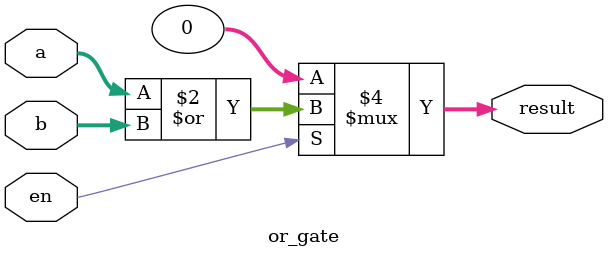
<source format=v>
module or_gate(
    input [31:0]a,b,
    input en,
    output reg[31:0]result
);
    always @(*) begin
        if(en)begin
            result = a|b;    
        end else begin
            result = 32'd0;  
        end
    end
endmodule
</source>
